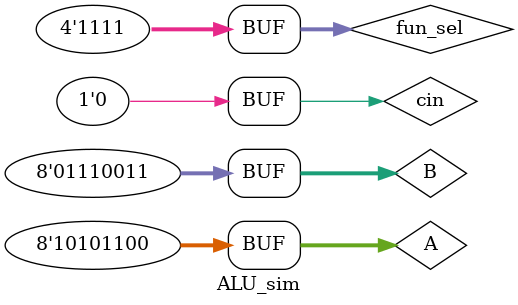
<source format=v>
`timescale 1ns / 1ps


module ALU_sim();
    wire[7:0] A;
    wire[7:0] B;
    reg[3:0] fun_sel;
    wire[7:0] ALUout;
    wire[3:0] flags;
    reg cin;
    
    assign A = 8'b10101100;
    assign B = 8'b01110011;
    
    ALU uut(A, B, fun_sel, cin, ALUout, flags);
    
    initial begin
        cin = 1'b0;
        fun_sel = 4'b0000; #62.5;
        fun_sel = 4'b0001; #62.5;
        fun_sel = 4'b0010; #62.5;
        fun_sel = 4'b0011; #62.5;
        fun_sel = 4'b0100; #62.5;
        fun_sel = 4'b0101; #62.5;
        fun_sel = 4'b0110; #62.5;
        fun_sel = 4'b0111; #62.5;
        fun_sel = 4'b1000; #62.5;
        fun_sel = 4'b1001; #62.5;
        fun_sel = 4'b1010; #62.5;
        fun_sel = 4'b1011; #62.5;
        fun_sel = 4'b1100; #62.5;
        fun_sel = 4'b1101; #62.5;
        fun_sel = 4'b1110; #62.5;
        fun_sel = 4'b1111; #62.5;                       
    end
endmodule

</source>
